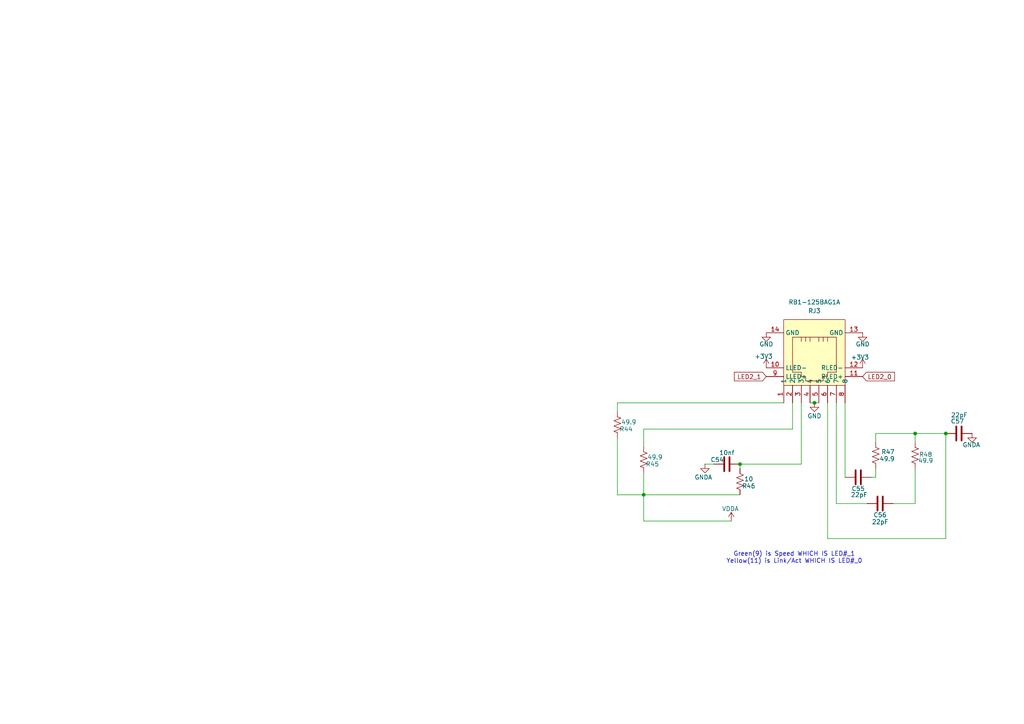
<source format=kicad_sch>
(kicad_sch (version 20250114) (generator "eeschema") (generator_version "9.0")
  (paper "A4")
  (title_block (date "2025-04-01") (rev "1") (company "Bronco Space") (comment 1 "SCALES") (comment 2 "By John Pollak"))
  (lib_symbols
    (symbol "Device:C" (pin_numbers (hide yes)) (pin_names (offset 0.254))
      (property "Reference" "C" (at 0.635 2.54 0))
      (property "Value" "C" (at 0.635 -2.54 0))
      (symbol "C_0_1"
        (polyline (pts (xy -2.032 0.762) (xy 2.032 0.762)) (stroke (width 0.508)))
        (polyline (pts (xy -2.032 -0.762) (xy 2.032 -0.762)) (stroke (width 0.508)))
      )
      (symbol "C_1_1"
        (pin passive line (at 0 3.81 270) (length 2.794) (name "~") (number "1"))
        (pin passive line (at 0 -3.81 90) (length 2.794) (name "~") (number "2"))
      )
    )
    (symbol "Device:R_US" (pin_numbers (hide yes)) (pin_names (offset 0))
      (property "Reference" "R" (at 2.54 0 90))
      (property "Value" "R_US" (at -2.54 0 90))
      (symbol "R_US_0_1"
        (polyline (pts (xy 0 2.286) (xy 0 2.54)))
        (polyline (pts (xy 0 2.286) (xy 1.016 1.905) (xy 0 1.524) (xy -1.016 1.143) (xy 0 0.762)))
        (polyline (pts (xy 0 0.762) (xy 1.016 0.381) (xy 0 0) (xy -1.016 -0.381) (xy 0 -0.762)))
        (polyline (pts (xy 0 -0.762) (xy 1.016 -1.143) (xy 0 -1.524) (xy -1.016 -1.905) (xy 0 -2.286)))
        (polyline (pts (xy 0 -2.286) (xy 0 -2.54)))
      )
      (symbol "R_US_1_1"
        (pin passive line (at 0 3.81 270) (length 1.27) (name "~") (number "1"))
        (pin passive line (at 0 -3.81 90) (length 1.27) (name "~") (number "2"))
      )
    )
    (symbol "easyeda2kicad:RB1-125BAG1A"
      (property "Reference" "RJ" (at 0 12.7 0))
      (property "Value" "RB1-125BAG1A" (at 0 -17.78 0))
      (symbol "RB1-125BAG1A_0_1"
        (rectangle (start -7.62 11.43) (end 10.16 -7.62) (fill (type background)))
        (polyline (pts (xy -2.54 6.35) (xy -2.54 5.08) (xy -2.54 5.08)))
        (polyline (pts (xy -1.27 6.35) (xy -1.27 5.08) (xy -1.27 5.08)))
        (polyline (pts (xy 0 6.35) (xy 0 5.08) (xy 0 5.08)))
        (polyline (pts (xy 2.54 6.35) (xy 2.54 5.08) (xy 2.54 5.08)))
        (polyline (pts (xy 3.81 6.35) (xy 3.81 5.08) (xy 3.81 5.08)))
        (polyline (pts (xy 5.08 6.35) (xy 5.08 5.08) (xy 5.08 5.08)))
        (polyline (pts (xy 7.62 6.35) (xy -5.08 6.35) (xy -5.08 -3.81) (xy -2.54 -3.81) (xy -2.54 -5.08) (xy -1.27 -5.08) (xy -1.27 -5.08) (xy -1.27 -6.35) (xy 3.81 -6.35) (xy 3.81 -5.08) (xy 5.08 -5.08) (xy 5.08 -3.81) (xy 7.62 -3.81) (xy 7.62 6.35) (xy 7.62 5.08)))
        (pin unspecified line (at -12.7 7.62 0) (length 5.08) (name "GND") (number "14"))
        (pin unspecified line (at -12.7 -2.54 0) (length 5.08) (name "LLED-") (number "10"))
        (pin unspecified line (at -12.7 -5.08 0) (length 5.08) (name "LLED+") (number "9"))
        (pin unspecified line (at -7.62 -12.7 90) (length 5.08) (name "1") (number "1"))
        (pin unspecified line (at -5.08 -12.7 90) (length 5.08) (name "2") (number "2"))
        (pin unspecified line (at -2.54 -12.7 90) (length 5.08) (name "3") (number "3"))
        (pin unspecified line (at 0 -12.7 90) (length 5.08) (name "4") (number "4"))
        (pin unspecified line (at 2.54 -12.7 90) (length 5.08) (name "5") (number "5"))
        (pin unspecified line (at 5.08 -12.7 90) (length 5.08) (name "6") (number "6"))
        (pin unspecified line (at 7.62 -12.7 90) (length 5.08) (name "7") (number "7"))
        (pin unspecified line (at 10.16 -12.7 90) (length 5.08) (name "8") (number "8"))
        (pin unspecified line (at 15.24 7.62 180) (length 5.08) (name "GND") (number "13"))
        (pin unspecified line (at 15.24 -2.54 180) (length 5.08) (name "RLED-") (number "12"))
        (pin unspecified line (at 15.24 -5.08 180) (length 5.08) (name "RLED+") (number "11"))
      )
    )
    (symbol "power:+3V3" (power) (pin_numbers (hide yes)) (pin_names (offset 0) (hide yes))
      (property "Value" "+3V3" (at 0 3.556 0))
      (symbol "+3V3_0_1"
        (polyline (pts (xy -0.762 1.27) (xy 0 2.54)))
        (polyline (pts (xy 0 2.54) (xy 0.762 1.27)))
        (polyline (pts (xy 0 0) (xy 0 2.54)))
      )
      (symbol "+3V3_1_1"
        (pin power_in line (at 0 0 90) (length 0) (name "~") (number "1"))
      )
    )
    (symbol "power:GND" (power) (pin_numbers (hide yes)) (pin_names (offset 0) (hide yes))
      (property "Value" "GND" (at 0 -3.81 0))
      (symbol "GND_0_1"
        (polyline (pts (xy 0 0) (xy 0 -1.27) (xy 1.27 -1.27) (xy 0 -2.54) (xy -1.27 -1.27) (xy 0 -1.27)))
      )
      (symbol "GND_1_1"
        (pin power_in line (at 0 0 270) (length 0) (name "~") (number "1"))
      )
    )
    (symbol "power:VPP" (power) (pin_numbers (hide yes)) (pin_names (offset 0) (hide yes))
      (property "Value" "VPP" (at 0 3.556 0))
      (symbol "VPP_0_1"
        (polyline (pts (xy -0.762 1.27) (xy 0 2.54)))
        (polyline (pts (xy 0 2.54) (xy 0.762 1.27)))
        (polyline (pts (xy 0 0) (xy 0 2.54)))
      )
      (symbol "VPP_1_1"
        (pin power_in line (at 0 0 90) (length 0) (name "~") (number "1"))
      )
    )
  )
  (text "Green(9) is Speed WHICH IS LED#_1\nYellow(11) is Link/Act WHICH IS LED#_0\n" (at 230.378 161.798 0) (effects (font (size 1.27 1.27))))
  (junction (at 186.69 143.51))
  (junction (at 236.22 116.84))
  (junction (at 214.63 134.62))
  (junction (at 265.43 125.73))
  (junction (at 274.32 125.73))
  (wire (pts (xy 265.43 125.73) (xy 265.43 128.27)))
  (wire (pts (xy 229.87 124.46) (xy 186.69 124.46)))
  (wire (pts (xy 186.69 151.13) (xy 186.69 143.51)))
  (wire (pts (xy 254 125.73) (xy 254 128.27)))
  (wire (pts (xy 254 138.43) (xy 252.73 138.43)))
  (wire (pts (xy 214.63 135.89) (xy 214.63 134.62)))
  (wire (pts (xy 232.41 116.84) (xy 232.41 134.62)))
  (wire (pts (xy 245.11 116.84) (xy 245.11 138.43)))
  (wire (pts (xy 240.03 116.84) (xy 240.03 156.21)))
  (wire (pts (xy 186.69 137.16) (xy 186.69 143.51)))
  (wire (pts (xy 242.57 146.05) (xy 242.57 116.84)))
  (wire (pts (xy 179.07 116.84) (xy 227.33 116.84)))
  (wire (pts (xy 254 138.43) (xy 254 135.89)))
  (wire (pts (xy 179.07 116.84) (xy 179.07 119.38)))
  (wire (pts (xy 274.32 156.21) (xy 274.32 125.73)))
  (wire (pts (xy 214.63 143.51) (xy 186.69 143.51)))
  (wire (pts (xy 186.69 129.54) (xy 186.69 124.46)))
  (wire (pts (xy 214.63 134.62) (xy 232.41 134.62)))
  (wire (pts (xy 179.07 127) (xy 179.07 143.51)))
  (wire (pts (xy 236.22 116.84) (xy 234.95 116.84)))
  (wire (pts (xy 251.46 146.05) (xy 242.57 146.05)))
  (wire (pts (xy 229.87 124.46) (xy 229.87 116.84)))
  (wire (pts (xy 274.32 125.73) (xy 265.43 125.73)))
  (wire (pts (xy 179.07 143.51) (xy 186.69 143.51)))
  (wire (pts (xy 212.09 151.13) (xy 186.69 151.13)))
  (wire (pts (xy 237.49 116.84) (xy 236.22 116.84)))
  (wire (pts (xy 259.08 146.05) (xy 265.43 146.05)))
  (wire (pts (xy 254 125.73) (xy 265.43 125.73)))
  (wire (pts (xy 204.47 134.62) (xy 207.01 134.62)))
  (wire (pts (xy 265.43 146.05) (xy 265.43 135.89)))
  (wire (pts (xy 240.03 156.21) (xy 274.32 156.21)))
  (global_label "LED2_1" (shape input) (at 222.25 109.22 180) (property "Intersheetrefs" "${INTERSHEET_REFS}" (effects (hide yes))))
  (global_label "LED2_0" (shape input) (at 250.19 109.22 0) (property "Intersheetrefs" "${INTERSHEET_REFS}" (effects (hide yes))))
  (symbol (lib_id "power:+3V3") (at 250.19 106.68 0) (unit 1)
    (property "Reference" "#PWR0124" (effects (hide yes)))
    (property "Value" "+3V3" (at 249.428 103.632 0))
    (property "Description" "Power symbol creates a global label with name \"+3V3\"" (effects (hide yes)))
  )
  (symbol (lib_id "power:GND") (at 236.22 116.84 0) (unit 1)
    (property "Reference" "#PWR0122" (effects (hide yes)))
    (property "Value" "GND" (at 236.22 120.65 0))
    (property "Description" "Power symbol creates a global label with name \"GND\" , ground" (effects (hide yes)))
  )
  (symbol (lib_id "Device:R_US") (at 186.69 133.35 0) (unit 1)
    (property "Reference" "R45" (at 189.23 134.62 0))
    (property "Value" "49.9" (at 189.992 132.588 0))
    (property "Footprint" "Resistor_SMD:R_0603_1608Metric" (effects (hide yes)))
    (property "Description" "Resistor, US symbol" (effects (hide yes)))
  )
  (symbol (lib_id "Device:R_US") (at 265.43 132.08 0) (unit 1)
    (property "Reference" "R48" (at 268.478 131.826 0))
    (property "Value" "49.9" (at 268.478 133.604 0))
    (property "Footprint" "Resistor_SMD:R_0603_1608Metric" (effects (hide yes)))
    (property "Description" "Resistor, US symbol" (effects (hide yes)))
  )
  (symbol (lib_id "easyeda2kicad:RB1-125BAG1A") (at 234.95 104.14 0) (unit 1)
    (property "Reference" "RJ3" (at 236.22 90.17 0))
    (property "Value" "RB1-125BAG1A" (at 236.22 87.63 0))
    (property "Footprint" "easyeda2kicad:RJ45-TH_RB1-125BAG1A" (effects (hide yes)))
    (property "Datasheet" "https://lcsc.com/product-detail/Ethernet-Connectors-Modular-Connectors-RJ45-RJ11_WIZNET-RB1-125BAG1A_C910370.html" (effects (hide yes)))
    (property "LCSC Part" "C910370" (effects (hide yes)))
  )
  (symbol (lib_id "power:+3V3") (at 222.25 106.68 0) (unit 1)
    (property "Reference" "#PWR0121" (effects (hide yes)))
    (property "Value" "+3V3" (at 221.488 103.378 0))
    (property "Description" "Power symbol creates a global label with name \"+3V3\"" (effects (hide yes)))
  )
  (symbol (lib_id "Device:C") (at 248.92 138.43 270) (unit 1)
    (property "Reference" "C55" (at 248.92 141.732 90))
    (property "Value" "22pF" (at 249.174 143.51 90))
    (property "Footprint" "Capacitor_SMD:C_0402_1005Metric" (effects (hide yes)))
    (property "Description" "Unpolarized capacitor" (effects (hide yes)))
  )
  (symbol (lib_id "power:GND") (at 204.47 134.62 0) (unit 1)
    (property "Reference" "#PWR0118" (effects (hide yes)))
    (property "Value" "GNDA" (at 201.422 138.43 0) (effects (justify left)))
    (property "Description" "Power symbol creates a global label with name \"GND\" , ground" (effects (hide yes)))
  )
  (symbol (lib_id "Device:R_US") (at 254 132.08 0) (unit 1)
    (property "Reference" "R47" (at 257.556 131.064 0))
    (property "Value" "49.9" (at 257.302 133.096 0))
    (property "Footprint" "Resistor_SMD:R_0603_1608Metric" (effects (hide yes)))
    (property "Description" "Resistor, US symbol" (effects (hide yes)))
  )
  (symbol (lib_id "Device:C") (at 210.82 134.62 90) (unit 1)
    (property "Reference" "C54" (at 208.026 133.35 90))
    (property "Value" "10nf" (at 210.82 131.318 90))
    (property "Footprint" "Capacitor_SMD:C_0402_1005Metric" (effects (hide yes)))
    (property "Description" "Unpolarized capacitor" (effects (hide yes)))
  )
  (symbol (lib_id "power:GND") (at 222.25 96.52 0) (unit 1)
    (property "Reference" "#PWR0120" (effects (hide yes)))
    (property "Value" "GND" (at 220.218 99.822 0) (effects (justify left)))
    (property "Description" "Power symbol creates a global label with name \"GND\" , ground" (effects (hide yes)))
  )
  (symbol (lib_id "Device:R_US") (at 214.63 139.7 0) (unit 1)
    (property "Reference" "R46" (at 217.17 140.97 0))
    (property "Value" "10" (at 217.17 138.938 0))
    (property "Footprint" "Resistor_SMD:R_0603_1608Metric" (effects (hide yes)))
    (property "Description" "Resistor, US symbol" (effects (hide yes)))
  )
  (symbol (lib_id "power:GND") (at 250.19 96.52 0) (unit 1)
    (property "Reference" "#PWR0123" (effects (hide yes)))
    (property "Value" "GND" (at 248.158 99.822 0) (effects (justify left)))
    (property "Description" "Power symbol creates a global label with name \"GND\" , ground" (effects (hide yes)))
  )
  (symbol (lib_id "power:GND") (at 281.94 125.73 0) (unit 1)
    (property "Reference" "#PWR0125" (effects (hide yes)))
    (property "Value" "GNDA" (at 279.146 129.032 0) (effects (justify left)))
    (property "Description" "Power symbol creates a global label with name \"GND\" , ground" (effects (hide yes)))
  )
  (symbol (lib_id "Device:C") (at 255.27 146.05 270) (unit 1)
    (property "Reference" "C56" (at 255.27 149.352 90))
    (property "Value" "22pF" (at 255.27 151.384 90))
    (property "Footprint" "Capacitor_SMD:C_0402_1005Metric" (effects (hide yes)))
    (property "Description" "Unpolarized capacitor" (effects (hide yes)))
  )
  (symbol (lib_id "Device:C") (at 278.13 125.73 270) (unit 1)
    (property "Reference" "C57" (at 279.654 122.174 90) (effects (justify right)))
    (property "Value" "22pF" (at 280.67 120.396 90) (effects (justify right)))
    (property "Footprint" "Capacitor_SMD:C_0402_1005Metric" (effects (hide yes)))
    (property "Description" "Unpolarized capacitor" (effects (hide yes)))
  )
  (symbol (lib_id "Device:R_US") (at 179.07 123.19 0) (unit 1)
    (property "Reference" "R44" (at 181.61 124.46 0))
    (property "Value" "49.9" (at 182.372 122.428 0))
    (property "Footprint" "Resistor_SMD:R_0603_1608Metric" (effects (hide yes)))
    (property "Description" "Resistor, US symbol" (effects (hide yes)))
  )
  (symbol (lib_id "power:VPP") (at 212.09 151.13 0) (unit 1)
    (property "Reference" "#PWR0119" (effects (hide yes)))
    (property "Value" "VDDA" (at 211.836 147.574 0))
    (property "Description" "Power symbol creates a global label with name \"VPP\"" (effects (hide yes)))
  )
)
</source>
